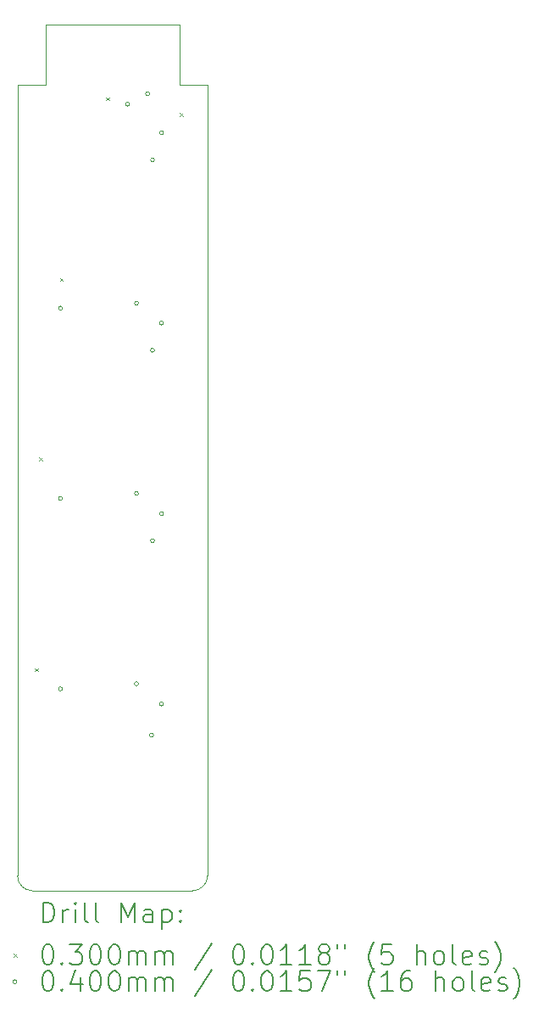
<source format=gbr>
%TF.GenerationSoftware,KiCad,Pcbnew,7.0.8*%
%TF.CreationDate,2023-12-05T05:15:27-08:00*%
%TF.ProjectId,Seismos_4-Key,53656973-6d6f-4735-9f34-2d4b65792e6b,rev?*%
%TF.SameCoordinates,Original*%
%TF.FileFunction,Drillmap*%
%TF.FilePolarity,Positive*%
%FSLAX45Y45*%
G04 Gerber Fmt 4.5, Leading zero omitted, Abs format (unit mm)*
G04 Created by KiCad (PCBNEW 7.0.8) date 2023-12-05 05:15:27*
%MOMM*%
%LPD*%
G01*
G04 APERTURE LIST*
%ADD10C,0.100000*%
%ADD11C,0.200000*%
%ADD12C,0.030000*%
%ADD13C,0.040000*%
G04 APERTURE END LIST*
D10*
X3750000Y-10993934D02*
X3750000Y-3100000D01*
X5500000Y-11143934D02*
X3900000Y-11143934D01*
X3749996Y-10993934D02*
G75*
G03*
X3900000Y-11143934I150004J4D01*
G01*
X4030000Y-2500000D02*
X4030000Y-3100000D01*
X3750000Y-3100000D02*
X4030000Y-3100000D01*
X5650000Y-3100000D02*
X5370000Y-3100000D01*
X5500000Y-11143930D02*
G75*
G03*
X5650000Y-10993934I0J150000D01*
G01*
X5650000Y-3100000D02*
X5650000Y-10993934D01*
X5370000Y-3100000D02*
X5370000Y-2500000D01*
X4030000Y-2500000D02*
X5370000Y-2500000D01*
D11*
D12*
X3925000Y-8925000D02*
X3955000Y-8955000D01*
X3955000Y-8925000D02*
X3925000Y-8955000D01*
X3969400Y-6819722D02*
X3999400Y-6849722D01*
X3999400Y-6819722D02*
X3969400Y-6849722D01*
X4175000Y-5030000D02*
X4205000Y-5060000D01*
X4205000Y-5030000D02*
X4175000Y-5060000D01*
X4638070Y-3225092D02*
X4668070Y-3255092D01*
X4668070Y-3225092D02*
X4638070Y-3255092D01*
X5375000Y-3385000D02*
X5405000Y-3415000D01*
X5405000Y-3385000D02*
X5375000Y-3415000D01*
D13*
X4200000Y-5330000D02*
G75*
G03*
X4200000Y-5330000I-20000J0D01*
G01*
X4200000Y-7230000D02*
G75*
G03*
X4200000Y-7230000I-20000J0D01*
G01*
X4200000Y-9130000D02*
G75*
G03*
X4200000Y-9130000I-20000J0D01*
G01*
X4870000Y-3295000D02*
G75*
G03*
X4870000Y-3295000I-20000J0D01*
G01*
X4960000Y-5280000D02*
G75*
G03*
X4960000Y-5280000I-20000J0D01*
G01*
X4960000Y-7180000D02*
G75*
G03*
X4960000Y-7180000I-20000J0D01*
G01*
X4960000Y-9080000D02*
G75*
G03*
X4960000Y-9080000I-20000J0D01*
G01*
X5070000Y-3190000D02*
G75*
G03*
X5070000Y-3190000I-20000J0D01*
G01*
X5110000Y-9590000D02*
G75*
G03*
X5110000Y-9590000I-20000J0D01*
G01*
X5120000Y-3850000D02*
G75*
G03*
X5120000Y-3850000I-20000J0D01*
G01*
X5120000Y-5750000D02*
G75*
G03*
X5120000Y-5750000I-20000J0D01*
G01*
X5120000Y-7650000D02*
G75*
G03*
X5120000Y-7650000I-20000J0D01*
G01*
X5210000Y-3580000D02*
G75*
G03*
X5210000Y-3580000I-20000J0D01*
G01*
X5210000Y-5480000D02*
G75*
G03*
X5210000Y-5480000I-20000J0D01*
G01*
X5210000Y-7380000D02*
G75*
G03*
X5210000Y-7380000I-20000J0D01*
G01*
X5210000Y-9280000D02*
G75*
G03*
X5210000Y-9280000I-20000J0D01*
G01*
D11*
X4005777Y-11460418D02*
X4005777Y-11260418D01*
X4005777Y-11260418D02*
X4053396Y-11260418D01*
X4053396Y-11260418D02*
X4081967Y-11269942D01*
X4081967Y-11269942D02*
X4101015Y-11288989D01*
X4101015Y-11288989D02*
X4110539Y-11308037D01*
X4110539Y-11308037D02*
X4120062Y-11346132D01*
X4120062Y-11346132D02*
X4120062Y-11374703D01*
X4120062Y-11374703D02*
X4110539Y-11412799D01*
X4110539Y-11412799D02*
X4101015Y-11431846D01*
X4101015Y-11431846D02*
X4081967Y-11450894D01*
X4081967Y-11450894D02*
X4053396Y-11460418D01*
X4053396Y-11460418D02*
X4005777Y-11460418D01*
X4205777Y-11460418D02*
X4205777Y-11327084D01*
X4205777Y-11365180D02*
X4215301Y-11346132D01*
X4215301Y-11346132D02*
X4224824Y-11336608D01*
X4224824Y-11336608D02*
X4243872Y-11327084D01*
X4243872Y-11327084D02*
X4262920Y-11327084D01*
X4329586Y-11460418D02*
X4329586Y-11327084D01*
X4329586Y-11260418D02*
X4320063Y-11269942D01*
X4320063Y-11269942D02*
X4329586Y-11279465D01*
X4329586Y-11279465D02*
X4339110Y-11269942D01*
X4339110Y-11269942D02*
X4329586Y-11260418D01*
X4329586Y-11260418D02*
X4329586Y-11279465D01*
X4453396Y-11460418D02*
X4434348Y-11450894D01*
X4434348Y-11450894D02*
X4424824Y-11431846D01*
X4424824Y-11431846D02*
X4424824Y-11260418D01*
X4558158Y-11460418D02*
X4539110Y-11450894D01*
X4539110Y-11450894D02*
X4529586Y-11431846D01*
X4529586Y-11431846D02*
X4529586Y-11260418D01*
X4786729Y-11460418D02*
X4786729Y-11260418D01*
X4786729Y-11260418D02*
X4853396Y-11403275D01*
X4853396Y-11403275D02*
X4920063Y-11260418D01*
X4920063Y-11260418D02*
X4920063Y-11460418D01*
X5101015Y-11460418D02*
X5101015Y-11355656D01*
X5101015Y-11355656D02*
X5091491Y-11336608D01*
X5091491Y-11336608D02*
X5072444Y-11327084D01*
X5072444Y-11327084D02*
X5034348Y-11327084D01*
X5034348Y-11327084D02*
X5015301Y-11336608D01*
X5101015Y-11450894D02*
X5081967Y-11460418D01*
X5081967Y-11460418D02*
X5034348Y-11460418D01*
X5034348Y-11460418D02*
X5015301Y-11450894D01*
X5015301Y-11450894D02*
X5005777Y-11431846D01*
X5005777Y-11431846D02*
X5005777Y-11412799D01*
X5005777Y-11412799D02*
X5015301Y-11393751D01*
X5015301Y-11393751D02*
X5034348Y-11384227D01*
X5034348Y-11384227D02*
X5081967Y-11384227D01*
X5081967Y-11384227D02*
X5101015Y-11374703D01*
X5196253Y-11327084D02*
X5196253Y-11527084D01*
X5196253Y-11336608D02*
X5215301Y-11327084D01*
X5215301Y-11327084D02*
X5253396Y-11327084D01*
X5253396Y-11327084D02*
X5272444Y-11336608D01*
X5272444Y-11336608D02*
X5281967Y-11346132D01*
X5281967Y-11346132D02*
X5291491Y-11365180D01*
X5291491Y-11365180D02*
X5291491Y-11422322D01*
X5291491Y-11422322D02*
X5281967Y-11441370D01*
X5281967Y-11441370D02*
X5272444Y-11450894D01*
X5272444Y-11450894D02*
X5253396Y-11460418D01*
X5253396Y-11460418D02*
X5215301Y-11460418D01*
X5215301Y-11460418D02*
X5196253Y-11450894D01*
X5377205Y-11441370D02*
X5386729Y-11450894D01*
X5386729Y-11450894D02*
X5377205Y-11460418D01*
X5377205Y-11460418D02*
X5367682Y-11450894D01*
X5367682Y-11450894D02*
X5377205Y-11441370D01*
X5377205Y-11441370D02*
X5377205Y-11460418D01*
X5377205Y-11336608D02*
X5386729Y-11346132D01*
X5386729Y-11346132D02*
X5377205Y-11355656D01*
X5377205Y-11355656D02*
X5367682Y-11346132D01*
X5367682Y-11346132D02*
X5377205Y-11336608D01*
X5377205Y-11336608D02*
X5377205Y-11355656D01*
D12*
X3715000Y-11773934D02*
X3745000Y-11803934D01*
X3745000Y-11773934D02*
X3715000Y-11803934D01*
D11*
X4043872Y-11680418D02*
X4062920Y-11680418D01*
X4062920Y-11680418D02*
X4081967Y-11689942D01*
X4081967Y-11689942D02*
X4091491Y-11699465D01*
X4091491Y-11699465D02*
X4101015Y-11718513D01*
X4101015Y-11718513D02*
X4110539Y-11756608D01*
X4110539Y-11756608D02*
X4110539Y-11804227D01*
X4110539Y-11804227D02*
X4101015Y-11842322D01*
X4101015Y-11842322D02*
X4091491Y-11861370D01*
X4091491Y-11861370D02*
X4081967Y-11870894D01*
X4081967Y-11870894D02*
X4062920Y-11880418D01*
X4062920Y-11880418D02*
X4043872Y-11880418D01*
X4043872Y-11880418D02*
X4024824Y-11870894D01*
X4024824Y-11870894D02*
X4015301Y-11861370D01*
X4015301Y-11861370D02*
X4005777Y-11842322D01*
X4005777Y-11842322D02*
X3996253Y-11804227D01*
X3996253Y-11804227D02*
X3996253Y-11756608D01*
X3996253Y-11756608D02*
X4005777Y-11718513D01*
X4005777Y-11718513D02*
X4015301Y-11699465D01*
X4015301Y-11699465D02*
X4024824Y-11689942D01*
X4024824Y-11689942D02*
X4043872Y-11680418D01*
X4196253Y-11861370D02*
X4205777Y-11870894D01*
X4205777Y-11870894D02*
X4196253Y-11880418D01*
X4196253Y-11880418D02*
X4186729Y-11870894D01*
X4186729Y-11870894D02*
X4196253Y-11861370D01*
X4196253Y-11861370D02*
X4196253Y-11880418D01*
X4272444Y-11680418D02*
X4396253Y-11680418D01*
X4396253Y-11680418D02*
X4329586Y-11756608D01*
X4329586Y-11756608D02*
X4358158Y-11756608D01*
X4358158Y-11756608D02*
X4377205Y-11766132D01*
X4377205Y-11766132D02*
X4386729Y-11775656D01*
X4386729Y-11775656D02*
X4396253Y-11794703D01*
X4396253Y-11794703D02*
X4396253Y-11842322D01*
X4396253Y-11842322D02*
X4386729Y-11861370D01*
X4386729Y-11861370D02*
X4377205Y-11870894D01*
X4377205Y-11870894D02*
X4358158Y-11880418D01*
X4358158Y-11880418D02*
X4301015Y-11880418D01*
X4301015Y-11880418D02*
X4281967Y-11870894D01*
X4281967Y-11870894D02*
X4272444Y-11861370D01*
X4520063Y-11680418D02*
X4539110Y-11680418D01*
X4539110Y-11680418D02*
X4558158Y-11689942D01*
X4558158Y-11689942D02*
X4567682Y-11699465D01*
X4567682Y-11699465D02*
X4577205Y-11718513D01*
X4577205Y-11718513D02*
X4586729Y-11756608D01*
X4586729Y-11756608D02*
X4586729Y-11804227D01*
X4586729Y-11804227D02*
X4577205Y-11842322D01*
X4577205Y-11842322D02*
X4567682Y-11861370D01*
X4567682Y-11861370D02*
X4558158Y-11870894D01*
X4558158Y-11870894D02*
X4539110Y-11880418D01*
X4539110Y-11880418D02*
X4520063Y-11880418D01*
X4520063Y-11880418D02*
X4501015Y-11870894D01*
X4501015Y-11870894D02*
X4491491Y-11861370D01*
X4491491Y-11861370D02*
X4481967Y-11842322D01*
X4481967Y-11842322D02*
X4472444Y-11804227D01*
X4472444Y-11804227D02*
X4472444Y-11756608D01*
X4472444Y-11756608D02*
X4481967Y-11718513D01*
X4481967Y-11718513D02*
X4491491Y-11699465D01*
X4491491Y-11699465D02*
X4501015Y-11689942D01*
X4501015Y-11689942D02*
X4520063Y-11680418D01*
X4710539Y-11680418D02*
X4729586Y-11680418D01*
X4729586Y-11680418D02*
X4748634Y-11689942D01*
X4748634Y-11689942D02*
X4758158Y-11699465D01*
X4758158Y-11699465D02*
X4767682Y-11718513D01*
X4767682Y-11718513D02*
X4777205Y-11756608D01*
X4777205Y-11756608D02*
X4777205Y-11804227D01*
X4777205Y-11804227D02*
X4767682Y-11842322D01*
X4767682Y-11842322D02*
X4758158Y-11861370D01*
X4758158Y-11861370D02*
X4748634Y-11870894D01*
X4748634Y-11870894D02*
X4729586Y-11880418D01*
X4729586Y-11880418D02*
X4710539Y-11880418D01*
X4710539Y-11880418D02*
X4691491Y-11870894D01*
X4691491Y-11870894D02*
X4681967Y-11861370D01*
X4681967Y-11861370D02*
X4672444Y-11842322D01*
X4672444Y-11842322D02*
X4662920Y-11804227D01*
X4662920Y-11804227D02*
X4662920Y-11756608D01*
X4662920Y-11756608D02*
X4672444Y-11718513D01*
X4672444Y-11718513D02*
X4681967Y-11699465D01*
X4681967Y-11699465D02*
X4691491Y-11689942D01*
X4691491Y-11689942D02*
X4710539Y-11680418D01*
X4862920Y-11880418D02*
X4862920Y-11747084D01*
X4862920Y-11766132D02*
X4872444Y-11756608D01*
X4872444Y-11756608D02*
X4891491Y-11747084D01*
X4891491Y-11747084D02*
X4920063Y-11747084D01*
X4920063Y-11747084D02*
X4939110Y-11756608D01*
X4939110Y-11756608D02*
X4948634Y-11775656D01*
X4948634Y-11775656D02*
X4948634Y-11880418D01*
X4948634Y-11775656D02*
X4958158Y-11756608D01*
X4958158Y-11756608D02*
X4977205Y-11747084D01*
X4977205Y-11747084D02*
X5005777Y-11747084D01*
X5005777Y-11747084D02*
X5024825Y-11756608D01*
X5024825Y-11756608D02*
X5034348Y-11775656D01*
X5034348Y-11775656D02*
X5034348Y-11880418D01*
X5129586Y-11880418D02*
X5129586Y-11747084D01*
X5129586Y-11766132D02*
X5139110Y-11756608D01*
X5139110Y-11756608D02*
X5158158Y-11747084D01*
X5158158Y-11747084D02*
X5186729Y-11747084D01*
X5186729Y-11747084D02*
X5205777Y-11756608D01*
X5205777Y-11756608D02*
X5215301Y-11775656D01*
X5215301Y-11775656D02*
X5215301Y-11880418D01*
X5215301Y-11775656D02*
X5224825Y-11756608D01*
X5224825Y-11756608D02*
X5243872Y-11747084D01*
X5243872Y-11747084D02*
X5272444Y-11747084D01*
X5272444Y-11747084D02*
X5291491Y-11756608D01*
X5291491Y-11756608D02*
X5301015Y-11775656D01*
X5301015Y-11775656D02*
X5301015Y-11880418D01*
X5691491Y-11670894D02*
X5520063Y-11928037D01*
X5948634Y-11680418D02*
X5967682Y-11680418D01*
X5967682Y-11680418D02*
X5986729Y-11689942D01*
X5986729Y-11689942D02*
X5996253Y-11699465D01*
X5996253Y-11699465D02*
X6005777Y-11718513D01*
X6005777Y-11718513D02*
X6015301Y-11756608D01*
X6015301Y-11756608D02*
X6015301Y-11804227D01*
X6015301Y-11804227D02*
X6005777Y-11842322D01*
X6005777Y-11842322D02*
X5996253Y-11861370D01*
X5996253Y-11861370D02*
X5986729Y-11870894D01*
X5986729Y-11870894D02*
X5967682Y-11880418D01*
X5967682Y-11880418D02*
X5948634Y-11880418D01*
X5948634Y-11880418D02*
X5929586Y-11870894D01*
X5929586Y-11870894D02*
X5920063Y-11861370D01*
X5920063Y-11861370D02*
X5910539Y-11842322D01*
X5910539Y-11842322D02*
X5901015Y-11804227D01*
X5901015Y-11804227D02*
X5901015Y-11756608D01*
X5901015Y-11756608D02*
X5910539Y-11718513D01*
X5910539Y-11718513D02*
X5920063Y-11699465D01*
X5920063Y-11699465D02*
X5929586Y-11689942D01*
X5929586Y-11689942D02*
X5948634Y-11680418D01*
X6101015Y-11861370D02*
X6110539Y-11870894D01*
X6110539Y-11870894D02*
X6101015Y-11880418D01*
X6101015Y-11880418D02*
X6091491Y-11870894D01*
X6091491Y-11870894D02*
X6101015Y-11861370D01*
X6101015Y-11861370D02*
X6101015Y-11880418D01*
X6234348Y-11680418D02*
X6253396Y-11680418D01*
X6253396Y-11680418D02*
X6272444Y-11689942D01*
X6272444Y-11689942D02*
X6281967Y-11699465D01*
X6281967Y-11699465D02*
X6291491Y-11718513D01*
X6291491Y-11718513D02*
X6301015Y-11756608D01*
X6301015Y-11756608D02*
X6301015Y-11804227D01*
X6301015Y-11804227D02*
X6291491Y-11842322D01*
X6291491Y-11842322D02*
X6281967Y-11861370D01*
X6281967Y-11861370D02*
X6272444Y-11870894D01*
X6272444Y-11870894D02*
X6253396Y-11880418D01*
X6253396Y-11880418D02*
X6234348Y-11880418D01*
X6234348Y-11880418D02*
X6215301Y-11870894D01*
X6215301Y-11870894D02*
X6205777Y-11861370D01*
X6205777Y-11861370D02*
X6196253Y-11842322D01*
X6196253Y-11842322D02*
X6186729Y-11804227D01*
X6186729Y-11804227D02*
X6186729Y-11756608D01*
X6186729Y-11756608D02*
X6196253Y-11718513D01*
X6196253Y-11718513D02*
X6205777Y-11699465D01*
X6205777Y-11699465D02*
X6215301Y-11689942D01*
X6215301Y-11689942D02*
X6234348Y-11680418D01*
X6491491Y-11880418D02*
X6377206Y-11880418D01*
X6434348Y-11880418D02*
X6434348Y-11680418D01*
X6434348Y-11680418D02*
X6415301Y-11708989D01*
X6415301Y-11708989D02*
X6396253Y-11728037D01*
X6396253Y-11728037D02*
X6377206Y-11737561D01*
X6681967Y-11880418D02*
X6567682Y-11880418D01*
X6624825Y-11880418D02*
X6624825Y-11680418D01*
X6624825Y-11680418D02*
X6605777Y-11708989D01*
X6605777Y-11708989D02*
X6586729Y-11728037D01*
X6586729Y-11728037D02*
X6567682Y-11737561D01*
X6796253Y-11766132D02*
X6777206Y-11756608D01*
X6777206Y-11756608D02*
X6767682Y-11747084D01*
X6767682Y-11747084D02*
X6758158Y-11728037D01*
X6758158Y-11728037D02*
X6758158Y-11718513D01*
X6758158Y-11718513D02*
X6767682Y-11699465D01*
X6767682Y-11699465D02*
X6777206Y-11689942D01*
X6777206Y-11689942D02*
X6796253Y-11680418D01*
X6796253Y-11680418D02*
X6834348Y-11680418D01*
X6834348Y-11680418D02*
X6853396Y-11689942D01*
X6853396Y-11689942D02*
X6862920Y-11699465D01*
X6862920Y-11699465D02*
X6872444Y-11718513D01*
X6872444Y-11718513D02*
X6872444Y-11728037D01*
X6872444Y-11728037D02*
X6862920Y-11747084D01*
X6862920Y-11747084D02*
X6853396Y-11756608D01*
X6853396Y-11756608D02*
X6834348Y-11766132D01*
X6834348Y-11766132D02*
X6796253Y-11766132D01*
X6796253Y-11766132D02*
X6777206Y-11775656D01*
X6777206Y-11775656D02*
X6767682Y-11785180D01*
X6767682Y-11785180D02*
X6758158Y-11804227D01*
X6758158Y-11804227D02*
X6758158Y-11842322D01*
X6758158Y-11842322D02*
X6767682Y-11861370D01*
X6767682Y-11861370D02*
X6777206Y-11870894D01*
X6777206Y-11870894D02*
X6796253Y-11880418D01*
X6796253Y-11880418D02*
X6834348Y-11880418D01*
X6834348Y-11880418D02*
X6853396Y-11870894D01*
X6853396Y-11870894D02*
X6862920Y-11861370D01*
X6862920Y-11861370D02*
X6872444Y-11842322D01*
X6872444Y-11842322D02*
X6872444Y-11804227D01*
X6872444Y-11804227D02*
X6862920Y-11785180D01*
X6862920Y-11785180D02*
X6853396Y-11775656D01*
X6853396Y-11775656D02*
X6834348Y-11766132D01*
X6948634Y-11680418D02*
X6948634Y-11718513D01*
X7024825Y-11680418D02*
X7024825Y-11718513D01*
X7320063Y-11956608D02*
X7310539Y-11947084D01*
X7310539Y-11947084D02*
X7291491Y-11918513D01*
X7291491Y-11918513D02*
X7281968Y-11899465D01*
X7281968Y-11899465D02*
X7272444Y-11870894D01*
X7272444Y-11870894D02*
X7262920Y-11823275D01*
X7262920Y-11823275D02*
X7262920Y-11785180D01*
X7262920Y-11785180D02*
X7272444Y-11737561D01*
X7272444Y-11737561D02*
X7281968Y-11708989D01*
X7281968Y-11708989D02*
X7291491Y-11689942D01*
X7291491Y-11689942D02*
X7310539Y-11661370D01*
X7310539Y-11661370D02*
X7320063Y-11651846D01*
X7491491Y-11680418D02*
X7396253Y-11680418D01*
X7396253Y-11680418D02*
X7386729Y-11775656D01*
X7386729Y-11775656D02*
X7396253Y-11766132D01*
X7396253Y-11766132D02*
X7415301Y-11756608D01*
X7415301Y-11756608D02*
X7462920Y-11756608D01*
X7462920Y-11756608D02*
X7481968Y-11766132D01*
X7481968Y-11766132D02*
X7491491Y-11775656D01*
X7491491Y-11775656D02*
X7501015Y-11794703D01*
X7501015Y-11794703D02*
X7501015Y-11842322D01*
X7501015Y-11842322D02*
X7491491Y-11861370D01*
X7491491Y-11861370D02*
X7481968Y-11870894D01*
X7481968Y-11870894D02*
X7462920Y-11880418D01*
X7462920Y-11880418D02*
X7415301Y-11880418D01*
X7415301Y-11880418D02*
X7396253Y-11870894D01*
X7396253Y-11870894D02*
X7386729Y-11861370D01*
X7739110Y-11880418D02*
X7739110Y-11680418D01*
X7824825Y-11880418D02*
X7824825Y-11775656D01*
X7824825Y-11775656D02*
X7815301Y-11756608D01*
X7815301Y-11756608D02*
X7796253Y-11747084D01*
X7796253Y-11747084D02*
X7767682Y-11747084D01*
X7767682Y-11747084D02*
X7748634Y-11756608D01*
X7748634Y-11756608D02*
X7739110Y-11766132D01*
X7948634Y-11880418D02*
X7929587Y-11870894D01*
X7929587Y-11870894D02*
X7920063Y-11861370D01*
X7920063Y-11861370D02*
X7910539Y-11842322D01*
X7910539Y-11842322D02*
X7910539Y-11785180D01*
X7910539Y-11785180D02*
X7920063Y-11766132D01*
X7920063Y-11766132D02*
X7929587Y-11756608D01*
X7929587Y-11756608D02*
X7948634Y-11747084D01*
X7948634Y-11747084D02*
X7977206Y-11747084D01*
X7977206Y-11747084D02*
X7996253Y-11756608D01*
X7996253Y-11756608D02*
X8005777Y-11766132D01*
X8005777Y-11766132D02*
X8015301Y-11785180D01*
X8015301Y-11785180D02*
X8015301Y-11842322D01*
X8015301Y-11842322D02*
X8005777Y-11861370D01*
X8005777Y-11861370D02*
X7996253Y-11870894D01*
X7996253Y-11870894D02*
X7977206Y-11880418D01*
X7977206Y-11880418D02*
X7948634Y-11880418D01*
X8129587Y-11880418D02*
X8110539Y-11870894D01*
X8110539Y-11870894D02*
X8101015Y-11851846D01*
X8101015Y-11851846D02*
X8101015Y-11680418D01*
X8281968Y-11870894D02*
X8262920Y-11880418D01*
X8262920Y-11880418D02*
X8224825Y-11880418D01*
X8224825Y-11880418D02*
X8205777Y-11870894D01*
X8205777Y-11870894D02*
X8196253Y-11851846D01*
X8196253Y-11851846D02*
X8196253Y-11775656D01*
X8196253Y-11775656D02*
X8205777Y-11756608D01*
X8205777Y-11756608D02*
X8224825Y-11747084D01*
X8224825Y-11747084D02*
X8262920Y-11747084D01*
X8262920Y-11747084D02*
X8281968Y-11756608D01*
X8281968Y-11756608D02*
X8291491Y-11775656D01*
X8291491Y-11775656D02*
X8291491Y-11794703D01*
X8291491Y-11794703D02*
X8196253Y-11813751D01*
X8367682Y-11870894D02*
X8386730Y-11880418D01*
X8386730Y-11880418D02*
X8424825Y-11880418D01*
X8424825Y-11880418D02*
X8443873Y-11870894D01*
X8443873Y-11870894D02*
X8453396Y-11851846D01*
X8453396Y-11851846D02*
X8453396Y-11842322D01*
X8453396Y-11842322D02*
X8443873Y-11823275D01*
X8443873Y-11823275D02*
X8424825Y-11813751D01*
X8424825Y-11813751D02*
X8396253Y-11813751D01*
X8396253Y-11813751D02*
X8377206Y-11804227D01*
X8377206Y-11804227D02*
X8367682Y-11785180D01*
X8367682Y-11785180D02*
X8367682Y-11775656D01*
X8367682Y-11775656D02*
X8377206Y-11756608D01*
X8377206Y-11756608D02*
X8396253Y-11747084D01*
X8396253Y-11747084D02*
X8424825Y-11747084D01*
X8424825Y-11747084D02*
X8443873Y-11756608D01*
X8520063Y-11956608D02*
X8529587Y-11947084D01*
X8529587Y-11947084D02*
X8548634Y-11918513D01*
X8548634Y-11918513D02*
X8558158Y-11899465D01*
X8558158Y-11899465D02*
X8567682Y-11870894D01*
X8567682Y-11870894D02*
X8577206Y-11823275D01*
X8577206Y-11823275D02*
X8577206Y-11785180D01*
X8577206Y-11785180D02*
X8567682Y-11737561D01*
X8567682Y-11737561D02*
X8558158Y-11708989D01*
X8558158Y-11708989D02*
X8548634Y-11689942D01*
X8548634Y-11689942D02*
X8529587Y-11661370D01*
X8529587Y-11661370D02*
X8520063Y-11651846D01*
D13*
X3745000Y-12052934D02*
G75*
G03*
X3745000Y-12052934I-20000J0D01*
G01*
D11*
X4043872Y-11944418D02*
X4062920Y-11944418D01*
X4062920Y-11944418D02*
X4081967Y-11953942D01*
X4081967Y-11953942D02*
X4091491Y-11963465D01*
X4091491Y-11963465D02*
X4101015Y-11982513D01*
X4101015Y-11982513D02*
X4110539Y-12020608D01*
X4110539Y-12020608D02*
X4110539Y-12068227D01*
X4110539Y-12068227D02*
X4101015Y-12106322D01*
X4101015Y-12106322D02*
X4091491Y-12125370D01*
X4091491Y-12125370D02*
X4081967Y-12134894D01*
X4081967Y-12134894D02*
X4062920Y-12144418D01*
X4062920Y-12144418D02*
X4043872Y-12144418D01*
X4043872Y-12144418D02*
X4024824Y-12134894D01*
X4024824Y-12134894D02*
X4015301Y-12125370D01*
X4015301Y-12125370D02*
X4005777Y-12106322D01*
X4005777Y-12106322D02*
X3996253Y-12068227D01*
X3996253Y-12068227D02*
X3996253Y-12020608D01*
X3996253Y-12020608D02*
X4005777Y-11982513D01*
X4005777Y-11982513D02*
X4015301Y-11963465D01*
X4015301Y-11963465D02*
X4024824Y-11953942D01*
X4024824Y-11953942D02*
X4043872Y-11944418D01*
X4196253Y-12125370D02*
X4205777Y-12134894D01*
X4205777Y-12134894D02*
X4196253Y-12144418D01*
X4196253Y-12144418D02*
X4186729Y-12134894D01*
X4186729Y-12134894D02*
X4196253Y-12125370D01*
X4196253Y-12125370D02*
X4196253Y-12144418D01*
X4377205Y-12011084D02*
X4377205Y-12144418D01*
X4329586Y-11934894D02*
X4281967Y-12077751D01*
X4281967Y-12077751D02*
X4405777Y-12077751D01*
X4520063Y-11944418D02*
X4539110Y-11944418D01*
X4539110Y-11944418D02*
X4558158Y-11953942D01*
X4558158Y-11953942D02*
X4567682Y-11963465D01*
X4567682Y-11963465D02*
X4577205Y-11982513D01*
X4577205Y-11982513D02*
X4586729Y-12020608D01*
X4586729Y-12020608D02*
X4586729Y-12068227D01*
X4586729Y-12068227D02*
X4577205Y-12106322D01*
X4577205Y-12106322D02*
X4567682Y-12125370D01*
X4567682Y-12125370D02*
X4558158Y-12134894D01*
X4558158Y-12134894D02*
X4539110Y-12144418D01*
X4539110Y-12144418D02*
X4520063Y-12144418D01*
X4520063Y-12144418D02*
X4501015Y-12134894D01*
X4501015Y-12134894D02*
X4491491Y-12125370D01*
X4491491Y-12125370D02*
X4481967Y-12106322D01*
X4481967Y-12106322D02*
X4472444Y-12068227D01*
X4472444Y-12068227D02*
X4472444Y-12020608D01*
X4472444Y-12020608D02*
X4481967Y-11982513D01*
X4481967Y-11982513D02*
X4491491Y-11963465D01*
X4491491Y-11963465D02*
X4501015Y-11953942D01*
X4501015Y-11953942D02*
X4520063Y-11944418D01*
X4710539Y-11944418D02*
X4729586Y-11944418D01*
X4729586Y-11944418D02*
X4748634Y-11953942D01*
X4748634Y-11953942D02*
X4758158Y-11963465D01*
X4758158Y-11963465D02*
X4767682Y-11982513D01*
X4767682Y-11982513D02*
X4777205Y-12020608D01*
X4777205Y-12020608D02*
X4777205Y-12068227D01*
X4777205Y-12068227D02*
X4767682Y-12106322D01*
X4767682Y-12106322D02*
X4758158Y-12125370D01*
X4758158Y-12125370D02*
X4748634Y-12134894D01*
X4748634Y-12134894D02*
X4729586Y-12144418D01*
X4729586Y-12144418D02*
X4710539Y-12144418D01*
X4710539Y-12144418D02*
X4691491Y-12134894D01*
X4691491Y-12134894D02*
X4681967Y-12125370D01*
X4681967Y-12125370D02*
X4672444Y-12106322D01*
X4672444Y-12106322D02*
X4662920Y-12068227D01*
X4662920Y-12068227D02*
X4662920Y-12020608D01*
X4662920Y-12020608D02*
X4672444Y-11982513D01*
X4672444Y-11982513D02*
X4681967Y-11963465D01*
X4681967Y-11963465D02*
X4691491Y-11953942D01*
X4691491Y-11953942D02*
X4710539Y-11944418D01*
X4862920Y-12144418D02*
X4862920Y-12011084D01*
X4862920Y-12030132D02*
X4872444Y-12020608D01*
X4872444Y-12020608D02*
X4891491Y-12011084D01*
X4891491Y-12011084D02*
X4920063Y-12011084D01*
X4920063Y-12011084D02*
X4939110Y-12020608D01*
X4939110Y-12020608D02*
X4948634Y-12039656D01*
X4948634Y-12039656D02*
X4948634Y-12144418D01*
X4948634Y-12039656D02*
X4958158Y-12020608D01*
X4958158Y-12020608D02*
X4977205Y-12011084D01*
X4977205Y-12011084D02*
X5005777Y-12011084D01*
X5005777Y-12011084D02*
X5024825Y-12020608D01*
X5024825Y-12020608D02*
X5034348Y-12039656D01*
X5034348Y-12039656D02*
X5034348Y-12144418D01*
X5129586Y-12144418D02*
X5129586Y-12011084D01*
X5129586Y-12030132D02*
X5139110Y-12020608D01*
X5139110Y-12020608D02*
X5158158Y-12011084D01*
X5158158Y-12011084D02*
X5186729Y-12011084D01*
X5186729Y-12011084D02*
X5205777Y-12020608D01*
X5205777Y-12020608D02*
X5215301Y-12039656D01*
X5215301Y-12039656D02*
X5215301Y-12144418D01*
X5215301Y-12039656D02*
X5224825Y-12020608D01*
X5224825Y-12020608D02*
X5243872Y-12011084D01*
X5243872Y-12011084D02*
X5272444Y-12011084D01*
X5272444Y-12011084D02*
X5291491Y-12020608D01*
X5291491Y-12020608D02*
X5301015Y-12039656D01*
X5301015Y-12039656D02*
X5301015Y-12144418D01*
X5691491Y-11934894D02*
X5520063Y-12192037D01*
X5948634Y-11944418D02*
X5967682Y-11944418D01*
X5967682Y-11944418D02*
X5986729Y-11953942D01*
X5986729Y-11953942D02*
X5996253Y-11963465D01*
X5996253Y-11963465D02*
X6005777Y-11982513D01*
X6005777Y-11982513D02*
X6015301Y-12020608D01*
X6015301Y-12020608D02*
X6015301Y-12068227D01*
X6015301Y-12068227D02*
X6005777Y-12106322D01*
X6005777Y-12106322D02*
X5996253Y-12125370D01*
X5996253Y-12125370D02*
X5986729Y-12134894D01*
X5986729Y-12134894D02*
X5967682Y-12144418D01*
X5967682Y-12144418D02*
X5948634Y-12144418D01*
X5948634Y-12144418D02*
X5929586Y-12134894D01*
X5929586Y-12134894D02*
X5920063Y-12125370D01*
X5920063Y-12125370D02*
X5910539Y-12106322D01*
X5910539Y-12106322D02*
X5901015Y-12068227D01*
X5901015Y-12068227D02*
X5901015Y-12020608D01*
X5901015Y-12020608D02*
X5910539Y-11982513D01*
X5910539Y-11982513D02*
X5920063Y-11963465D01*
X5920063Y-11963465D02*
X5929586Y-11953942D01*
X5929586Y-11953942D02*
X5948634Y-11944418D01*
X6101015Y-12125370D02*
X6110539Y-12134894D01*
X6110539Y-12134894D02*
X6101015Y-12144418D01*
X6101015Y-12144418D02*
X6091491Y-12134894D01*
X6091491Y-12134894D02*
X6101015Y-12125370D01*
X6101015Y-12125370D02*
X6101015Y-12144418D01*
X6234348Y-11944418D02*
X6253396Y-11944418D01*
X6253396Y-11944418D02*
X6272444Y-11953942D01*
X6272444Y-11953942D02*
X6281967Y-11963465D01*
X6281967Y-11963465D02*
X6291491Y-11982513D01*
X6291491Y-11982513D02*
X6301015Y-12020608D01*
X6301015Y-12020608D02*
X6301015Y-12068227D01*
X6301015Y-12068227D02*
X6291491Y-12106322D01*
X6291491Y-12106322D02*
X6281967Y-12125370D01*
X6281967Y-12125370D02*
X6272444Y-12134894D01*
X6272444Y-12134894D02*
X6253396Y-12144418D01*
X6253396Y-12144418D02*
X6234348Y-12144418D01*
X6234348Y-12144418D02*
X6215301Y-12134894D01*
X6215301Y-12134894D02*
X6205777Y-12125370D01*
X6205777Y-12125370D02*
X6196253Y-12106322D01*
X6196253Y-12106322D02*
X6186729Y-12068227D01*
X6186729Y-12068227D02*
X6186729Y-12020608D01*
X6186729Y-12020608D02*
X6196253Y-11982513D01*
X6196253Y-11982513D02*
X6205777Y-11963465D01*
X6205777Y-11963465D02*
X6215301Y-11953942D01*
X6215301Y-11953942D02*
X6234348Y-11944418D01*
X6491491Y-12144418D02*
X6377206Y-12144418D01*
X6434348Y-12144418D02*
X6434348Y-11944418D01*
X6434348Y-11944418D02*
X6415301Y-11972989D01*
X6415301Y-11972989D02*
X6396253Y-11992037D01*
X6396253Y-11992037D02*
X6377206Y-12001561D01*
X6672444Y-11944418D02*
X6577206Y-11944418D01*
X6577206Y-11944418D02*
X6567682Y-12039656D01*
X6567682Y-12039656D02*
X6577206Y-12030132D01*
X6577206Y-12030132D02*
X6596253Y-12020608D01*
X6596253Y-12020608D02*
X6643872Y-12020608D01*
X6643872Y-12020608D02*
X6662920Y-12030132D01*
X6662920Y-12030132D02*
X6672444Y-12039656D01*
X6672444Y-12039656D02*
X6681967Y-12058703D01*
X6681967Y-12058703D02*
X6681967Y-12106322D01*
X6681967Y-12106322D02*
X6672444Y-12125370D01*
X6672444Y-12125370D02*
X6662920Y-12134894D01*
X6662920Y-12134894D02*
X6643872Y-12144418D01*
X6643872Y-12144418D02*
X6596253Y-12144418D01*
X6596253Y-12144418D02*
X6577206Y-12134894D01*
X6577206Y-12134894D02*
X6567682Y-12125370D01*
X6748634Y-11944418D02*
X6881967Y-11944418D01*
X6881967Y-11944418D02*
X6796253Y-12144418D01*
X6948634Y-11944418D02*
X6948634Y-11982513D01*
X7024825Y-11944418D02*
X7024825Y-11982513D01*
X7320063Y-12220608D02*
X7310539Y-12211084D01*
X7310539Y-12211084D02*
X7291491Y-12182513D01*
X7291491Y-12182513D02*
X7281968Y-12163465D01*
X7281968Y-12163465D02*
X7272444Y-12134894D01*
X7272444Y-12134894D02*
X7262920Y-12087275D01*
X7262920Y-12087275D02*
X7262920Y-12049180D01*
X7262920Y-12049180D02*
X7272444Y-12001561D01*
X7272444Y-12001561D02*
X7281968Y-11972989D01*
X7281968Y-11972989D02*
X7291491Y-11953942D01*
X7291491Y-11953942D02*
X7310539Y-11925370D01*
X7310539Y-11925370D02*
X7320063Y-11915846D01*
X7501015Y-12144418D02*
X7386729Y-12144418D01*
X7443872Y-12144418D02*
X7443872Y-11944418D01*
X7443872Y-11944418D02*
X7424825Y-11972989D01*
X7424825Y-11972989D02*
X7405777Y-11992037D01*
X7405777Y-11992037D02*
X7386729Y-12001561D01*
X7672444Y-11944418D02*
X7634348Y-11944418D01*
X7634348Y-11944418D02*
X7615301Y-11953942D01*
X7615301Y-11953942D02*
X7605777Y-11963465D01*
X7605777Y-11963465D02*
X7586729Y-11992037D01*
X7586729Y-11992037D02*
X7577206Y-12030132D01*
X7577206Y-12030132D02*
X7577206Y-12106322D01*
X7577206Y-12106322D02*
X7586729Y-12125370D01*
X7586729Y-12125370D02*
X7596253Y-12134894D01*
X7596253Y-12134894D02*
X7615301Y-12144418D01*
X7615301Y-12144418D02*
X7653396Y-12144418D01*
X7653396Y-12144418D02*
X7672444Y-12134894D01*
X7672444Y-12134894D02*
X7681968Y-12125370D01*
X7681968Y-12125370D02*
X7691491Y-12106322D01*
X7691491Y-12106322D02*
X7691491Y-12058703D01*
X7691491Y-12058703D02*
X7681968Y-12039656D01*
X7681968Y-12039656D02*
X7672444Y-12030132D01*
X7672444Y-12030132D02*
X7653396Y-12020608D01*
X7653396Y-12020608D02*
X7615301Y-12020608D01*
X7615301Y-12020608D02*
X7596253Y-12030132D01*
X7596253Y-12030132D02*
X7586729Y-12039656D01*
X7586729Y-12039656D02*
X7577206Y-12058703D01*
X7929587Y-12144418D02*
X7929587Y-11944418D01*
X8015301Y-12144418D02*
X8015301Y-12039656D01*
X8015301Y-12039656D02*
X8005777Y-12020608D01*
X8005777Y-12020608D02*
X7986730Y-12011084D01*
X7986730Y-12011084D02*
X7958158Y-12011084D01*
X7958158Y-12011084D02*
X7939110Y-12020608D01*
X7939110Y-12020608D02*
X7929587Y-12030132D01*
X8139110Y-12144418D02*
X8120063Y-12134894D01*
X8120063Y-12134894D02*
X8110539Y-12125370D01*
X8110539Y-12125370D02*
X8101015Y-12106322D01*
X8101015Y-12106322D02*
X8101015Y-12049180D01*
X8101015Y-12049180D02*
X8110539Y-12030132D01*
X8110539Y-12030132D02*
X8120063Y-12020608D01*
X8120063Y-12020608D02*
X8139110Y-12011084D01*
X8139110Y-12011084D02*
X8167682Y-12011084D01*
X8167682Y-12011084D02*
X8186730Y-12020608D01*
X8186730Y-12020608D02*
X8196253Y-12030132D01*
X8196253Y-12030132D02*
X8205777Y-12049180D01*
X8205777Y-12049180D02*
X8205777Y-12106322D01*
X8205777Y-12106322D02*
X8196253Y-12125370D01*
X8196253Y-12125370D02*
X8186730Y-12134894D01*
X8186730Y-12134894D02*
X8167682Y-12144418D01*
X8167682Y-12144418D02*
X8139110Y-12144418D01*
X8320063Y-12144418D02*
X8301015Y-12134894D01*
X8301015Y-12134894D02*
X8291491Y-12115846D01*
X8291491Y-12115846D02*
X8291491Y-11944418D01*
X8472444Y-12134894D02*
X8453396Y-12144418D01*
X8453396Y-12144418D02*
X8415301Y-12144418D01*
X8415301Y-12144418D02*
X8396253Y-12134894D01*
X8396253Y-12134894D02*
X8386730Y-12115846D01*
X8386730Y-12115846D02*
X8386730Y-12039656D01*
X8386730Y-12039656D02*
X8396253Y-12020608D01*
X8396253Y-12020608D02*
X8415301Y-12011084D01*
X8415301Y-12011084D02*
X8453396Y-12011084D01*
X8453396Y-12011084D02*
X8472444Y-12020608D01*
X8472444Y-12020608D02*
X8481968Y-12039656D01*
X8481968Y-12039656D02*
X8481968Y-12058703D01*
X8481968Y-12058703D02*
X8386730Y-12077751D01*
X8558158Y-12134894D02*
X8577206Y-12144418D01*
X8577206Y-12144418D02*
X8615301Y-12144418D01*
X8615301Y-12144418D02*
X8634349Y-12134894D01*
X8634349Y-12134894D02*
X8643873Y-12115846D01*
X8643873Y-12115846D02*
X8643873Y-12106322D01*
X8643873Y-12106322D02*
X8634349Y-12087275D01*
X8634349Y-12087275D02*
X8615301Y-12077751D01*
X8615301Y-12077751D02*
X8586730Y-12077751D01*
X8586730Y-12077751D02*
X8567682Y-12068227D01*
X8567682Y-12068227D02*
X8558158Y-12049180D01*
X8558158Y-12049180D02*
X8558158Y-12039656D01*
X8558158Y-12039656D02*
X8567682Y-12020608D01*
X8567682Y-12020608D02*
X8586730Y-12011084D01*
X8586730Y-12011084D02*
X8615301Y-12011084D01*
X8615301Y-12011084D02*
X8634349Y-12020608D01*
X8710539Y-12220608D02*
X8720063Y-12211084D01*
X8720063Y-12211084D02*
X8739111Y-12182513D01*
X8739111Y-12182513D02*
X8748634Y-12163465D01*
X8748634Y-12163465D02*
X8758158Y-12134894D01*
X8758158Y-12134894D02*
X8767682Y-12087275D01*
X8767682Y-12087275D02*
X8767682Y-12049180D01*
X8767682Y-12049180D02*
X8758158Y-12001561D01*
X8758158Y-12001561D02*
X8748634Y-11972989D01*
X8748634Y-11972989D02*
X8739111Y-11953942D01*
X8739111Y-11953942D02*
X8720063Y-11925370D01*
X8720063Y-11925370D02*
X8710539Y-11915846D01*
M02*

</source>
